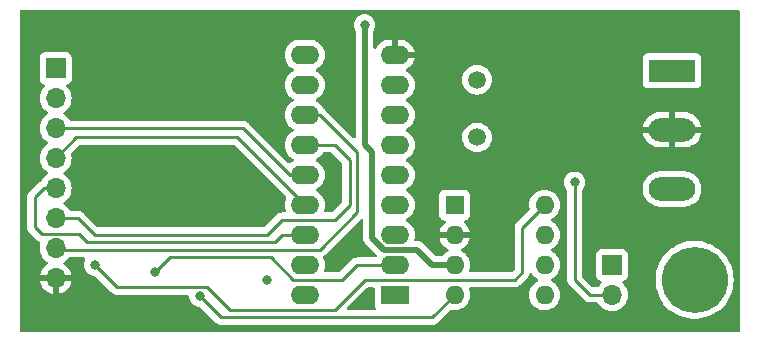
<source format=gbl>
G04 #@! TF.GenerationSoftware,KiCad,Pcbnew,7.0.8*
G04 #@! TF.CreationDate,2024-01-10T12:44:37+01:00*
G04 #@! TF.ProjectId,CAN_board,43414e5f-626f-4617-9264-2e6b69636164,rev?*
G04 #@! TF.SameCoordinates,Original*
G04 #@! TF.FileFunction,Copper,L2,Bot*
G04 #@! TF.FilePolarity,Positive*
%FSLAX46Y46*%
G04 Gerber Fmt 4.6, Leading zero omitted, Abs format (unit mm)*
G04 Created by KiCad (PCBNEW 7.0.8) date 2024-01-10 12:44:37*
%MOMM*%
%LPD*%
G01*
G04 APERTURE LIST*
G04 #@! TA.AperFunction,ComponentPad*
%ADD10C,5.600000*%
G04 #@! TD*
G04 #@! TA.AperFunction,ComponentPad*
%ADD11O,2.400000X1.600000*%
G04 #@! TD*
G04 #@! TA.AperFunction,ComponentPad*
%ADD12R,2.400000X1.600000*%
G04 #@! TD*
G04 #@! TA.AperFunction,ComponentPad*
%ADD13C,1.500000*%
G04 #@! TD*
G04 #@! TA.AperFunction,ComponentPad*
%ADD14R,1.600000X1.600000*%
G04 #@! TD*
G04 #@! TA.AperFunction,ComponentPad*
%ADD15O,1.600000X1.600000*%
G04 #@! TD*
G04 #@! TA.AperFunction,ComponentPad*
%ADD16R,1.700000X1.700000*%
G04 #@! TD*
G04 #@! TA.AperFunction,ComponentPad*
%ADD17O,1.700000X1.700000*%
G04 #@! TD*
G04 #@! TA.AperFunction,ComponentPad*
%ADD18R,3.960000X1.980000*%
G04 #@! TD*
G04 #@! TA.AperFunction,ComponentPad*
%ADD19O,3.960000X1.980000*%
G04 #@! TD*
G04 #@! TA.AperFunction,ViaPad*
%ADD20C,0.800000*%
G04 #@! TD*
G04 #@! TA.AperFunction,Conductor*
%ADD21C,0.250000*%
G04 #@! TD*
G04 #@! TA.AperFunction,Conductor*
%ADD22C,0.500000*%
G04 #@! TD*
G04 APERTURE END LIST*
D10*
X168910000Y-113030000D03*
D11*
X135905000Y-114300000D03*
X135905000Y-111760000D03*
X135905000Y-109220000D03*
X135905000Y-106680000D03*
X135905000Y-104140000D03*
X135905000Y-101600000D03*
X135905000Y-99060000D03*
X135905000Y-96520000D03*
X135905000Y-93980000D03*
X143525000Y-93980000D03*
X143525000Y-96520000D03*
X143525000Y-99060000D03*
X143525000Y-101600000D03*
X143525000Y-104140000D03*
X143525000Y-106680000D03*
X143525000Y-109220000D03*
X143525000Y-111760000D03*
D12*
X143525000Y-114300000D03*
D13*
X150495000Y-96085000D03*
X150495000Y-100965000D03*
D14*
X148600000Y-106690000D03*
D15*
X148600000Y-109230000D03*
X148600000Y-111770000D03*
X148600000Y-114310000D03*
X156220000Y-114310000D03*
X156220000Y-111770000D03*
X156220000Y-109230000D03*
X156220000Y-106690000D03*
D16*
X114815000Y-95110000D03*
D17*
X114815000Y-97650000D03*
X114815000Y-100190000D03*
X114815000Y-102730000D03*
X114815000Y-105270000D03*
X114815000Y-107810000D03*
X114815000Y-110350000D03*
X114815000Y-112890000D03*
X161925000Y-114300000D03*
D16*
X161925000Y-111760000D03*
D18*
X167005000Y-95330000D03*
D19*
X167005000Y-100330000D03*
X167005000Y-105330000D03*
D20*
X161925000Y-102870000D03*
X161925000Y-97790000D03*
X170815000Y-107315000D03*
X162560000Y-107950000D03*
X122555000Y-114935000D03*
X119380000Y-114935000D03*
X132715000Y-113030000D03*
X146050000Y-97790000D03*
X146050000Y-104775000D03*
X165100000Y-115570000D03*
X158750000Y-115570000D03*
X152400000Y-107950000D03*
X152400000Y-111760000D03*
X152400000Y-115570000D03*
X140970000Y-114935000D03*
X139700000Y-109855000D03*
X138430000Y-104775000D03*
X139065000Y-98425000D03*
X139065000Y-95250000D03*
X118745000Y-102235000D03*
X113665000Y-116205000D03*
X128270000Y-105410000D03*
X122555000Y-107950000D03*
X122555000Y-102235000D03*
X122555000Y-105410000D03*
X132080000Y-95250000D03*
X127000000Y-95250000D03*
X123825000Y-95250000D03*
X120015000Y-95250000D03*
X117475000Y-93980000D03*
X113665000Y-91440000D03*
X167640000Y-91440000D03*
X161925000Y-91440000D03*
X154940000Y-91440000D03*
X147320000Y-91440000D03*
X118110000Y-111760000D03*
X140970000Y-91440000D03*
X127000000Y-114389500D03*
X123190000Y-112395000D03*
X158750000Y-104775000D03*
D21*
X124460000Y-111125000D02*
X133032500Y-111125000D01*
X133032500Y-111125000D02*
X134937500Y-113030000D01*
X134937500Y-113030000D02*
X139065000Y-113030000D01*
X139065000Y-113030000D02*
X140335000Y-111760000D01*
X123190000Y-112395000D02*
X124460000Y-111125000D01*
X140335000Y-111760000D02*
X143525000Y-111760000D01*
X133985000Y-109220000D02*
X133350000Y-109855000D01*
X133350000Y-109855000D02*
X117475000Y-109855000D01*
X116799656Y-109179656D02*
X113624656Y-109179656D01*
X113805000Y-105270000D02*
X114815000Y-105270000D01*
X117475000Y-109855000D02*
X116799656Y-109179656D01*
X135905000Y-109220000D02*
X133985000Y-109220000D01*
X113624656Y-109179656D02*
X113030000Y-108585000D01*
X113030000Y-108585000D02*
X113030000Y-106045000D01*
X113030000Y-106045000D02*
X113805000Y-105270000D01*
X127000000Y-114389500D02*
X128815500Y-116205000D01*
X146705000Y-116205000D02*
X148600000Y-114310000D01*
X128815500Y-116205000D02*
X146705000Y-116205000D01*
X154305000Y-108605000D02*
X154305000Y-112395000D01*
X140970000Y-113030000D02*
X138430000Y-115570000D01*
X156220000Y-106690000D02*
X154305000Y-108605000D01*
X154305000Y-112395000D02*
X153670000Y-113030000D01*
X153670000Y-113030000D02*
X140970000Y-113030000D01*
X127635000Y-113665000D02*
X120015000Y-113665000D01*
X138430000Y-115570000D02*
X129540000Y-115570000D01*
X129540000Y-115570000D02*
X127635000Y-113665000D01*
X120015000Y-113665000D02*
X118110000Y-111760000D01*
X114815000Y-110350000D02*
X114955000Y-110490000D01*
X140335000Y-107315000D02*
X140335000Y-102235000D01*
X114955000Y-110490000D02*
X137160000Y-110490000D01*
X137160000Y-110490000D02*
X140335000Y-107315000D01*
X140335000Y-102235000D02*
X137160000Y-99060000D01*
X137160000Y-99060000D02*
X135905000Y-99060000D01*
X114815000Y-107810000D02*
X116700000Y-107810000D01*
X118110000Y-109220000D02*
X132715000Y-109220000D01*
X132715000Y-109220000D02*
X133985000Y-107950000D01*
X116700000Y-107810000D02*
X118110000Y-109220000D01*
X133985000Y-107950000D02*
X138430000Y-107950000D01*
X139700000Y-102870000D02*
X138430000Y-101600000D01*
X138430000Y-107950000D02*
X139700000Y-106680000D01*
X139700000Y-106680000D02*
X139700000Y-102870000D01*
X138430000Y-101600000D02*
X135905000Y-101600000D01*
D22*
X145415000Y-110490000D02*
X146695000Y-111770000D01*
X146695000Y-111770000D02*
X148600000Y-111770000D01*
X142634346Y-110490000D02*
X145415000Y-110490000D01*
X141605000Y-102235000D02*
X141605000Y-109460654D01*
X141605000Y-109460654D02*
X142634346Y-110490000D01*
X140970000Y-91440000D02*
X140970000Y-101600000D01*
X140970000Y-101600000D02*
X141605000Y-102235000D01*
D21*
X158750000Y-113030000D02*
X160020000Y-114300000D01*
X158750000Y-104775000D02*
X158750000Y-113030000D01*
X160020000Y-114300000D02*
X161925000Y-114300000D01*
X114815000Y-102730000D02*
X116580000Y-100965000D01*
X116580000Y-100965000D02*
X130175000Y-100965000D01*
X130175000Y-100965000D02*
X133350000Y-104140000D01*
X133350000Y-104140000D02*
X133365000Y-104140000D01*
X133365000Y-104140000D02*
X135905000Y-106680000D01*
X135905000Y-104140000D02*
X134620000Y-104140000D01*
X130670000Y-100190000D02*
X114815000Y-100190000D01*
X134620000Y-104140000D02*
X130670000Y-100190000D01*
G04 #@! TA.AperFunction,Conductor*
G36*
X141767539Y-113675185D02*
G01*
X141813294Y-113727989D01*
X141824500Y-113779500D01*
X141824500Y-115147870D01*
X141824501Y-115147876D01*
X141830908Y-115207483D01*
X141881202Y-115342328D01*
X141881204Y-115342331D01*
X141910293Y-115381189D01*
X141934710Y-115446653D01*
X141919858Y-115514926D01*
X141870453Y-115564332D01*
X141811026Y-115579500D01*
X139604452Y-115579500D01*
X139537413Y-115559815D01*
X139491658Y-115507011D01*
X139481714Y-115437853D01*
X139510739Y-115374297D01*
X139516771Y-115367819D01*
X140279543Y-114605048D01*
X141192772Y-113691819D01*
X141254095Y-113658334D01*
X141280453Y-113655500D01*
X141700500Y-113655500D01*
X141767539Y-113675185D01*
G37*
G04 #@! TD.AperFunction*
G04 #@! TA.AperFunction,Conductor*
G36*
X140773834Y-107863270D02*
G01*
X140829767Y-107905142D01*
X140854184Y-107970606D01*
X140854500Y-107979452D01*
X140854500Y-109396948D01*
X140853191Y-109414917D01*
X140849710Y-109438679D01*
X140854264Y-109490718D01*
X140854500Y-109496124D01*
X140854500Y-109504363D01*
X140858306Y-109536928D01*
X140865000Y-109613445D01*
X140866461Y-109620521D01*
X140866403Y-109620532D01*
X140868034Y-109627891D01*
X140868092Y-109627878D01*
X140869757Y-109634904D01*
X140896025Y-109707078D01*
X140920185Y-109779985D01*
X140923236Y-109786528D01*
X140923182Y-109786552D01*
X140926470Y-109793342D01*
X140926521Y-109793317D01*
X140929761Y-109799767D01*
X140929762Y-109799768D01*
X140929763Y-109799771D01*
X140959596Y-109845131D01*
X140971965Y-109863937D01*
X141012287Y-109929309D01*
X141016766Y-109934973D01*
X141016719Y-109935010D01*
X141021482Y-109940856D01*
X141021528Y-109940818D01*
X141026173Y-109946354D01*
X141082017Y-109999039D01*
X142001501Y-110918523D01*
X142034986Y-110979846D01*
X142030002Y-111049537D01*
X142015396Y-111077326D01*
X142012388Y-111081622D01*
X141957812Y-111125248D01*
X141910812Y-111134500D01*
X140417737Y-111134500D01*
X140402120Y-111132776D01*
X140402093Y-111133062D01*
X140394331Y-111132327D01*
X140325203Y-111134500D01*
X140295650Y-111134500D01*
X140294929Y-111134590D01*
X140288757Y-111135369D01*
X140282945Y-111135826D01*
X140236373Y-111137290D01*
X140236372Y-111137290D01*
X140217129Y-111142881D01*
X140198079Y-111146825D01*
X140178211Y-111149334D01*
X140178209Y-111149335D01*
X140134884Y-111166488D01*
X140129357Y-111168380D01*
X140084610Y-111181381D01*
X140084609Y-111181382D01*
X140067367Y-111191579D01*
X140049899Y-111200137D01*
X140031269Y-111207513D01*
X140031267Y-111207514D01*
X139993576Y-111234898D01*
X139988694Y-111238105D01*
X139948579Y-111261830D01*
X139934408Y-111276000D01*
X139919623Y-111288628D01*
X139903412Y-111300407D01*
X139873709Y-111336310D01*
X139869776Y-111340631D01*
X139347624Y-111862785D01*
X138842228Y-112368181D01*
X138780905Y-112401666D01*
X138754547Y-112404500D01*
X137634049Y-112404500D01*
X137567010Y-112384815D01*
X137521255Y-112332011D01*
X137511311Y-112262853D01*
X137521667Y-112228095D01*
X137527075Y-112216497D01*
X137531739Y-112206496D01*
X137590635Y-111986692D01*
X137610468Y-111760000D01*
X137590635Y-111533308D01*
X137534420Y-111323511D01*
X137531741Y-111313511D01*
X137531740Y-111313510D01*
X137531739Y-111313504D01*
X137463517Y-111167202D01*
X137453025Y-111098124D01*
X137481545Y-111034340D01*
X137512780Y-111008064D01*
X137546420Y-110988170D01*
X137560586Y-110974003D01*
X137575381Y-110961368D01*
X137578619Y-110959014D01*
X137591587Y-110949594D01*
X137621302Y-110913674D01*
X137625202Y-110909387D01*
X140642819Y-107891771D01*
X140704142Y-107858286D01*
X140773834Y-107863270D01*
G37*
G04 #@! TD.AperFunction*
G04 #@! TA.AperFunction,Conductor*
G36*
X129931587Y-101610185D02*
G01*
X129952229Y-101626819D01*
X132849197Y-104523788D01*
X132859022Y-104536051D01*
X132859243Y-104535869D01*
X132864214Y-104541878D01*
X132890217Y-104566295D01*
X132914635Y-104589226D01*
X132935529Y-104610120D01*
X132941011Y-104614373D01*
X132945443Y-104618157D01*
X132979418Y-104650062D01*
X132988504Y-104655057D01*
X133016448Y-104676038D01*
X134310887Y-105970477D01*
X134344372Y-106031800D01*
X134339388Y-106101492D01*
X134335589Y-106110562D01*
X134278260Y-106233506D01*
X134278258Y-106233511D01*
X134219366Y-106453302D01*
X134219364Y-106453313D01*
X134199532Y-106679995D01*
X134199532Y-106680001D01*
X134219364Y-106906686D01*
X134219366Y-106906697D01*
X134278258Y-107126488D01*
X134278260Y-107126492D01*
X134278261Y-107126496D01*
X134282924Y-107136496D01*
X134288333Y-107148095D01*
X134298825Y-107217173D01*
X134270305Y-107280957D01*
X134211829Y-107319196D01*
X134175951Y-107324500D01*
X134067737Y-107324500D01*
X134052120Y-107322776D01*
X134052093Y-107323062D01*
X134044331Y-107322327D01*
X133975203Y-107324500D01*
X133945650Y-107324500D01*
X133944929Y-107324590D01*
X133938757Y-107325369D01*
X133932945Y-107325826D01*
X133886373Y-107327290D01*
X133886372Y-107327290D01*
X133867129Y-107332881D01*
X133848079Y-107336825D01*
X133828211Y-107339334D01*
X133828209Y-107339335D01*
X133784884Y-107356488D01*
X133779357Y-107358380D01*
X133734610Y-107371381D01*
X133734609Y-107371382D01*
X133717367Y-107381579D01*
X133699899Y-107390137D01*
X133681269Y-107397513D01*
X133681267Y-107397514D01*
X133643576Y-107424898D01*
X133638694Y-107428105D01*
X133598579Y-107451830D01*
X133584408Y-107466000D01*
X133569623Y-107478628D01*
X133553412Y-107490407D01*
X133523709Y-107526310D01*
X133519777Y-107530631D01*
X132492228Y-108558181D01*
X132430905Y-108591666D01*
X132404547Y-108594500D01*
X118420453Y-108594500D01*
X118353414Y-108574815D01*
X118332772Y-108558181D01*
X117200803Y-107426212D01*
X117190980Y-107413950D01*
X117190759Y-107414134D01*
X117185786Y-107408123D01*
X117135364Y-107360773D01*
X117124919Y-107350328D01*
X117114475Y-107339883D01*
X117108986Y-107335625D01*
X117104561Y-107331847D01*
X117070582Y-107299938D01*
X117070580Y-107299936D01*
X117070577Y-107299935D01*
X117053029Y-107290288D01*
X117036763Y-107279604D01*
X117020933Y-107267325D01*
X116978168Y-107248818D01*
X116972922Y-107246248D01*
X116932093Y-107223803D01*
X116932092Y-107223802D01*
X116912693Y-107218822D01*
X116894281Y-107212518D01*
X116875898Y-107204562D01*
X116875892Y-107204560D01*
X116829874Y-107197272D01*
X116824152Y-107196087D01*
X116779021Y-107184500D01*
X116779019Y-107184500D01*
X116758984Y-107184500D01*
X116739586Y-107182973D01*
X116732162Y-107181797D01*
X116719805Y-107179840D01*
X116719804Y-107179840D01*
X116673416Y-107184225D01*
X116667578Y-107184500D01*
X116090227Y-107184500D01*
X116023188Y-107164815D01*
X115988652Y-107131623D01*
X115853494Y-106938597D01*
X115686402Y-106771506D01*
X115686396Y-106771501D01*
X115500842Y-106641575D01*
X115457217Y-106586998D01*
X115450023Y-106517500D01*
X115481546Y-106455145D01*
X115500842Y-106438425D01*
X115525857Y-106420909D01*
X115686401Y-106308495D01*
X115853495Y-106141401D01*
X115989035Y-105947830D01*
X116088903Y-105733663D01*
X116150063Y-105505408D01*
X116170659Y-105270000D01*
X116150063Y-105034592D01*
X116088903Y-104806337D01*
X115989035Y-104592171D01*
X115985233Y-104586740D01*
X115853494Y-104398597D01*
X115686402Y-104231506D01*
X115686396Y-104231501D01*
X115500842Y-104101575D01*
X115457217Y-104046998D01*
X115450023Y-103977500D01*
X115481546Y-103915145D01*
X115500842Y-103898425D01*
X115563159Y-103854790D01*
X115686401Y-103768495D01*
X115853495Y-103601401D01*
X115989035Y-103407830D01*
X116088903Y-103193663D01*
X116150063Y-102965408D01*
X116170659Y-102730000D01*
X116150063Y-102494592D01*
X116123143Y-102394125D01*
X116124806Y-102324276D01*
X116155235Y-102274353D01*
X116802772Y-101626819D01*
X116864095Y-101593334D01*
X116890453Y-101590500D01*
X129864548Y-101590500D01*
X129931587Y-101610185D01*
G37*
G04 #@! TD.AperFunction*
G04 #@! TA.AperFunction,Conductor*
G36*
X138186587Y-102245185D02*
G01*
X138207229Y-102261819D01*
X139038181Y-103092771D01*
X139071666Y-103154094D01*
X139074500Y-103180452D01*
X139074500Y-106369547D01*
X139054815Y-106436586D01*
X139038181Y-106457228D01*
X138207228Y-107288181D01*
X138145905Y-107321666D01*
X138119547Y-107324500D01*
X137634049Y-107324500D01*
X137567010Y-107304815D01*
X137521255Y-107252011D01*
X137511311Y-107182853D01*
X137521667Y-107148095D01*
X137527075Y-107136497D01*
X137531739Y-107126496D01*
X137590635Y-106906692D01*
X137610468Y-106680000D01*
X137607436Y-106645349D01*
X137600188Y-106562500D01*
X137590635Y-106453308D01*
X137534420Y-106243511D01*
X137531741Y-106233511D01*
X137531740Y-106233509D01*
X137531739Y-106233504D01*
X137435568Y-106027266D01*
X137337839Y-105887693D01*
X137305045Y-105840858D01*
X137144141Y-105679954D01*
X136957734Y-105549432D01*
X136957728Y-105549429D01*
X136921325Y-105532454D01*
X136899724Y-105522381D01*
X136847285Y-105476210D01*
X136828133Y-105409017D01*
X136848348Y-105342135D01*
X136899725Y-105297618D01*
X136957734Y-105270568D01*
X137144139Y-105140047D01*
X137305047Y-104979139D01*
X137435568Y-104792734D01*
X137531739Y-104586496D01*
X137590635Y-104366692D01*
X137610468Y-104140000D01*
X137607153Y-104102112D01*
X137599501Y-104014650D01*
X137590635Y-103913308D01*
X137531739Y-103693504D01*
X137435568Y-103487266D01*
X137305047Y-103300861D01*
X137305045Y-103300858D01*
X137144141Y-103139954D01*
X136957734Y-103009432D01*
X136957728Y-103009429D01*
X136899725Y-102982382D01*
X136847285Y-102936210D01*
X136828133Y-102869017D01*
X136848348Y-102802135D01*
X136899725Y-102757618D01*
X136957734Y-102730568D01*
X137144139Y-102600047D01*
X137305047Y-102439139D01*
X137417613Y-102278377D01*
X137472189Y-102234752D01*
X137519188Y-102225500D01*
X138119548Y-102225500D01*
X138186587Y-102245185D01*
G37*
G04 #@! TD.AperFunction*
G04 #@! TA.AperFunction,Conductor*
G36*
X172663039Y-90189685D02*
G01*
X172708794Y-90242489D01*
X172720000Y-90294000D01*
X172720000Y-117351000D01*
X172700315Y-117418039D01*
X172647511Y-117463794D01*
X172596000Y-117475000D01*
X111884000Y-117475000D01*
X111816961Y-117455315D01*
X111771206Y-117402511D01*
X111760000Y-117351000D01*
X111760000Y-106025195D01*
X112399840Y-106025195D01*
X112404225Y-106071583D01*
X112404500Y-106077421D01*
X112404500Y-108502255D01*
X112402775Y-108517872D01*
X112403061Y-108517899D01*
X112402326Y-108525665D01*
X112404500Y-108594814D01*
X112404500Y-108624343D01*
X112404501Y-108624360D01*
X112405368Y-108631231D01*
X112405826Y-108637050D01*
X112407290Y-108683624D01*
X112407291Y-108683627D01*
X112412880Y-108702867D01*
X112416824Y-108721911D01*
X112419336Y-108741792D01*
X112435921Y-108783682D01*
X112436490Y-108785119D01*
X112438382Y-108790647D01*
X112451381Y-108835388D01*
X112461580Y-108852634D01*
X112470138Y-108870103D01*
X112477514Y-108888732D01*
X112504898Y-108926423D01*
X112508106Y-108931307D01*
X112531827Y-108971416D01*
X112531833Y-108971424D01*
X112545990Y-108985580D01*
X112558628Y-109000376D01*
X112570405Y-109016586D01*
X112570406Y-109016587D01*
X112606309Y-109046288D01*
X112610620Y-109050210D01*
X112915558Y-109355148D01*
X113123850Y-109563440D01*
X113133675Y-109575704D01*
X113133896Y-109575522D01*
X113138866Y-109581529D01*
X113138869Y-109581532D01*
X113138870Y-109581533D01*
X113189307Y-109628897D01*
X113210186Y-109649776D01*
X113215660Y-109654022D01*
X113220098Y-109657812D01*
X113254074Y-109689718D01*
X113254078Y-109689720D01*
X113271629Y-109699369D01*
X113287887Y-109710048D01*
X113303720Y-109722330D01*
X113320290Y-109729500D01*
X113346493Y-109740839D01*
X113351737Y-109743408D01*
X113392564Y-109765853D01*
X113411968Y-109770835D01*
X113430366Y-109777134D01*
X113448761Y-109785094D01*
X113448762Y-109785094D01*
X113455921Y-109788192D01*
X113454736Y-109790929D01*
X113501837Y-109820980D01*
X113531072Y-109884439D01*
X113528168Y-109934584D01*
X113479939Y-110114583D01*
X113479936Y-110114596D01*
X113459341Y-110349999D01*
X113459341Y-110350000D01*
X113479936Y-110585403D01*
X113479938Y-110585413D01*
X113541094Y-110813655D01*
X113541096Y-110813659D01*
X113541097Y-110813663D01*
X113619607Y-110982027D01*
X113640965Y-111027830D01*
X113640967Y-111027834D01*
X113776501Y-111221395D01*
X113776506Y-111221402D01*
X113943597Y-111388493D01*
X113943603Y-111388498D01*
X114030982Y-111449681D01*
X114090942Y-111491666D01*
X114129594Y-111518730D01*
X114173219Y-111573307D01*
X114180413Y-111642805D01*
X114148890Y-111705160D01*
X114129595Y-111721880D01*
X113943922Y-111851890D01*
X113943920Y-111851891D01*
X113776891Y-112018920D01*
X113776886Y-112018926D01*
X113641400Y-112212420D01*
X113641399Y-112212422D01*
X113541570Y-112426507D01*
X113541567Y-112426513D01*
X113484364Y-112639999D01*
X113484364Y-112640000D01*
X114381314Y-112640000D01*
X114355507Y-112680156D01*
X114315000Y-112818111D01*
X114315000Y-112961889D01*
X114355507Y-113099844D01*
X114381314Y-113140000D01*
X113484364Y-113140000D01*
X113541567Y-113353486D01*
X113541570Y-113353492D01*
X113641399Y-113567578D01*
X113776894Y-113761082D01*
X113943917Y-113928105D01*
X114137421Y-114063600D01*
X114351507Y-114163429D01*
X114351516Y-114163433D01*
X114565000Y-114220634D01*
X114565000Y-113325501D01*
X114672685Y-113374680D01*
X114779237Y-113390000D01*
X114850763Y-113390000D01*
X114957315Y-113374680D01*
X115065000Y-113325501D01*
X115065000Y-114220633D01*
X115278483Y-114163433D01*
X115278492Y-114163429D01*
X115492578Y-114063600D01*
X115686082Y-113928105D01*
X115853105Y-113761082D01*
X115988600Y-113567578D01*
X116088429Y-113353492D01*
X116088432Y-113353486D01*
X116145636Y-113140000D01*
X115248686Y-113140000D01*
X115274493Y-113099844D01*
X115315000Y-112961889D01*
X115315000Y-112818111D01*
X115274493Y-112680156D01*
X115248686Y-112640000D01*
X116145636Y-112640000D01*
X116145635Y-112639999D01*
X116088432Y-112426513D01*
X116088429Y-112426507D01*
X115988600Y-112212422D01*
X115988599Y-112212420D01*
X115853113Y-112018926D01*
X115853108Y-112018920D01*
X115686078Y-111851890D01*
X115500405Y-111721879D01*
X115456780Y-111667302D01*
X115449588Y-111597804D01*
X115481110Y-111535449D01*
X115500406Y-111518730D01*
X115535010Y-111494500D01*
X115686401Y-111388495D01*
X115853495Y-111221401D01*
X115890624Y-111168376D01*
X115945201Y-111124751D01*
X115992198Y-111115500D01*
X117227520Y-111115500D01*
X117294559Y-111135185D01*
X117340314Y-111187989D01*
X117350258Y-111257147D01*
X117334907Y-111301500D01*
X117282821Y-111391715D01*
X117282818Y-111391722D01*
X117229023Y-111557288D01*
X117224326Y-111571744D01*
X117204540Y-111760000D01*
X117224326Y-111948256D01*
X117224327Y-111948259D01*
X117282818Y-112128277D01*
X117282821Y-112128284D01*
X117377467Y-112292216D01*
X117494986Y-112422734D01*
X117504129Y-112432888D01*
X117657265Y-112544148D01*
X117657270Y-112544151D01*
X117830192Y-112621142D01*
X117830197Y-112621144D01*
X118015354Y-112660500D01*
X118074548Y-112660500D01*
X118141587Y-112680185D01*
X118162228Y-112696818D01*
X118839205Y-113373796D01*
X119514197Y-114048788D01*
X119524022Y-114061051D01*
X119524243Y-114060869D01*
X119529214Y-114066878D01*
X119548942Y-114085403D01*
X119579635Y-114114226D01*
X119600529Y-114135120D01*
X119606011Y-114139373D01*
X119610443Y-114143157D01*
X119644418Y-114175062D01*
X119661976Y-114184714D01*
X119678233Y-114195393D01*
X119694064Y-114207673D01*
X119713737Y-114216186D01*
X119736833Y-114226182D01*
X119742077Y-114228750D01*
X119782908Y-114251197D01*
X119795523Y-114254435D01*
X119802305Y-114256177D01*
X119820719Y-114262481D01*
X119839104Y-114270438D01*
X119885157Y-114277732D01*
X119890826Y-114278906D01*
X119935981Y-114290500D01*
X119956016Y-114290500D01*
X119975413Y-114292026D01*
X119995196Y-114295160D01*
X120041584Y-114290775D01*
X120047422Y-114290500D01*
X125972485Y-114290500D01*
X126039524Y-114310185D01*
X126085279Y-114362989D01*
X126095804Y-114401534D01*
X126114326Y-114577756D01*
X126114327Y-114577759D01*
X126172818Y-114757777D01*
X126172821Y-114757784D01*
X126267467Y-114921716D01*
X126318485Y-114978377D01*
X126394129Y-115062388D01*
X126547265Y-115173648D01*
X126547270Y-115173651D01*
X126720192Y-115250642D01*
X126720197Y-115250644D01*
X126905354Y-115290000D01*
X126964548Y-115290000D01*
X127031587Y-115309685D01*
X127052229Y-115326319D01*
X128314694Y-116588784D01*
X128324519Y-116601048D01*
X128324740Y-116600866D01*
X128329710Y-116606873D01*
X128329713Y-116606876D01*
X128329714Y-116606877D01*
X128380151Y-116654241D01*
X128401030Y-116675120D01*
X128406504Y-116679366D01*
X128410942Y-116683156D01*
X128444918Y-116715062D01*
X128444922Y-116715064D01*
X128462473Y-116724713D01*
X128478731Y-116735392D01*
X128494564Y-116747674D01*
X128516515Y-116757172D01*
X128537337Y-116766183D01*
X128542581Y-116768752D01*
X128583408Y-116791197D01*
X128602812Y-116796179D01*
X128621210Y-116802478D01*
X128639605Y-116810438D01*
X128685629Y-116817726D01*
X128691332Y-116818907D01*
X128736481Y-116830500D01*
X128756516Y-116830500D01*
X128775913Y-116832026D01*
X128795696Y-116835160D01*
X128842084Y-116830775D01*
X128847922Y-116830500D01*
X146622257Y-116830500D01*
X146637877Y-116832224D01*
X146637904Y-116831939D01*
X146645660Y-116832671D01*
X146645667Y-116832673D01*
X146714814Y-116830500D01*
X146744350Y-116830500D01*
X146751228Y-116829630D01*
X146757041Y-116829172D01*
X146803627Y-116827709D01*
X146822869Y-116822117D01*
X146841912Y-116818174D01*
X146861792Y-116815664D01*
X146905122Y-116798507D01*
X146910646Y-116796617D01*
X146914396Y-116795527D01*
X146955390Y-116783618D01*
X146972629Y-116773422D01*
X146990103Y-116764862D01*
X147008727Y-116757488D01*
X147008727Y-116757487D01*
X147008732Y-116757486D01*
X147046449Y-116730082D01*
X147051305Y-116726892D01*
X147091420Y-116703170D01*
X147105589Y-116688999D01*
X147120379Y-116676368D01*
X147136587Y-116664594D01*
X147166299Y-116628676D01*
X147170212Y-116624376D01*
X148185178Y-115609410D01*
X148246499Y-115575927D01*
X148304946Y-115577317D01*
X148373308Y-115595635D01*
X148530780Y-115609412D01*
X148599998Y-115615468D01*
X148600000Y-115615468D01*
X148600002Y-115615468D01*
X148669220Y-115609412D01*
X148826692Y-115595635D01*
X149046496Y-115536739D01*
X149252734Y-115440568D01*
X149439139Y-115310047D01*
X149600047Y-115149139D01*
X149730568Y-114962734D01*
X149826739Y-114756496D01*
X149885635Y-114536692D01*
X149905468Y-114310000D01*
X149900323Y-114251198D01*
X149897649Y-114220633D01*
X149885635Y-114083308D01*
X149826739Y-113863504D01*
X149812003Y-113831904D01*
X149801512Y-113762827D01*
X149830032Y-113699043D01*
X149888508Y-113660804D01*
X149924386Y-113655500D01*
X153587257Y-113655500D01*
X153602877Y-113657224D01*
X153602904Y-113656939D01*
X153610660Y-113657671D01*
X153610667Y-113657673D01*
X153679814Y-113655500D01*
X153709350Y-113655500D01*
X153716228Y-113654630D01*
X153722041Y-113654172D01*
X153768627Y-113652709D01*
X153787869Y-113647117D01*
X153806912Y-113643174D01*
X153826792Y-113640664D01*
X153870122Y-113623507D01*
X153875646Y-113621617D01*
X153879396Y-113620527D01*
X153920390Y-113608618D01*
X153937629Y-113598422D01*
X153955103Y-113589862D01*
X153973727Y-113582488D01*
X153973727Y-113582487D01*
X153973732Y-113582486D01*
X154011449Y-113555082D01*
X154016305Y-113551892D01*
X154056420Y-113528170D01*
X154070586Y-113514003D01*
X154085381Y-113501368D01*
X154088619Y-113499014D01*
X154101587Y-113489594D01*
X154131302Y-113453674D01*
X154135202Y-113449387D01*
X154688786Y-112895802D01*
X154701048Y-112885980D01*
X154700865Y-112885759D01*
X154706867Y-112880792D01*
X154706877Y-112880786D01*
X154754241Y-112830348D01*
X154775120Y-112809470D01*
X154779373Y-112803986D01*
X154783150Y-112799563D01*
X154815062Y-112765582D01*
X154824714Y-112748023D01*
X154835389Y-112731772D01*
X154847674Y-112715936D01*
X154866186Y-112673152D01*
X154868742Y-112667935D01*
X154891197Y-112627092D01*
X154896180Y-112607680D01*
X154902477Y-112589291D01*
X154910438Y-112570895D01*
X154914582Y-112544722D01*
X154944511Y-112481589D01*
X155003822Y-112444657D01*
X155073684Y-112445653D01*
X155131918Y-112484262D01*
X155138620Y-112492982D01*
X155184987Y-112559202D01*
X155219955Y-112609142D01*
X155380858Y-112770045D01*
X155380861Y-112770047D01*
X155567266Y-112900568D01*
X155625275Y-112927618D01*
X155677714Y-112973791D01*
X155696866Y-113040984D01*
X155676650Y-113107865D01*
X155625275Y-113152381D01*
X155614872Y-113157233D01*
X155567267Y-113179431D01*
X155567265Y-113179432D01*
X155380858Y-113309954D01*
X155219954Y-113470858D01*
X155089432Y-113657265D01*
X155089431Y-113657267D01*
X154993261Y-113863502D01*
X154993258Y-113863511D01*
X154934366Y-114083302D01*
X154934364Y-114083313D01*
X154914532Y-114309998D01*
X154914532Y-114310001D01*
X154934364Y-114536686D01*
X154934366Y-114536697D01*
X154993258Y-114756488D01*
X154993261Y-114756497D01*
X155089431Y-114962732D01*
X155089432Y-114962734D01*
X155219954Y-115149141D01*
X155380858Y-115310045D01*
X155380861Y-115310047D01*
X155567266Y-115440568D01*
X155773504Y-115536739D01*
X155773509Y-115536740D01*
X155773511Y-115536741D01*
X155826415Y-115550916D01*
X155993308Y-115595635D01*
X156150780Y-115609412D01*
X156219998Y-115615468D01*
X156220000Y-115615468D01*
X156220002Y-115615468D01*
X156289220Y-115609412D01*
X156446692Y-115595635D01*
X156666496Y-115536739D01*
X156872734Y-115440568D01*
X157059139Y-115310047D01*
X157220047Y-115149139D01*
X157350568Y-114962734D01*
X157446739Y-114756496D01*
X157505635Y-114536692D01*
X157525468Y-114310000D01*
X157520323Y-114251198D01*
X157517649Y-114220633D01*
X157505635Y-114083308D01*
X157446739Y-113863504D01*
X157350568Y-113657266D01*
X157220047Y-113470861D01*
X157220045Y-113470858D01*
X157059141Y-113309954D01*
X156872734Y-113179432D01*
X156872728Y-113179429D01*
X156825128Y-113157233D01*
X156814724Y-113152381D01*
X156762285Y-113106210D01*
X156743133Y-113039017D01*
X156763348Y-112972135D01*
X156814725Y-112927618D01*
X156872734Y-112900568D01*
X157059139Y-112770047D01*
X157220047Y-112609139D01*
X157350568Y-112422734D01*
X157446739Y-112216496D01*
X157505635Y-111996692D01*
X157525468Y-111770000D01*
X157505635Y-111543308D01*
X157451328Y-111340631D01*
X157446741Y-111323511D01*
X157446738Y-111323502D01*
X157430476Y-111288628D01*
X157350568Y-111117266D01*
X157220047Y-110930861D01*
X157220045Y-110930858D01*
X157059141Y-110769954D01*
X156872734Y-110639432D01*
X156872728Y-110639429D01*
X156814725Y-110612382D01*
X156762285Y-110566210D01*
X156743133Y-110499017D01*
X156763348Y-110432135D01*
X156814725Y-110387618D01*
X156815319Y-110387341D01*
X156872734Y-110360568D01*
X157059139Y-110230047D01*
X157220047Y-110069139D01*
X157350568Y-109882734D01*
X157446739Y-109676496D01*
X157505635Y-109456692D01*
X157525468Y-109230000D01*
X157505635Y-109003308D01*
X157446739Y-108783504D01*
X157350568Y-108577266D01*
X157251303Y-108435500D01*
X157220045Y-108390858D01*
X157059141Y-108229954D01*
X156872734Y-108099432D01*
X156872728Y-108099429D01*
X156814725Y-108072382D01*
X156762285Y-108026210D01*
X156743133Y-107959017D01*
X156763348Y-107892135D01*
X156814725Y-107847618D01*
X156872734Y-107820568D01*
X157059139Y-107690047D01*
X157220047Y-107529139D01*
X157350568Y-107342734D01*
X157446739Y-107136496D01*
X157505635Y-106916692D01*
X157525468Y-106690000D01*
X157521561Y-106645348D01*
X157514313Y-106562500D01*
X157505635Y-106463308D01*
X157446739Y-106243504D01*
X157350568Y-106037266D01*
X157252839Y-105897693D01*
X157220045Y-105850858D01*
X157059141Y-105689954D01*
X156872734Y-105559432D01*
X156872732Y-105559431D01*
X156666497Y-105463261D01*
X156666488Y-105463258D01*
X156446697Y-105404366D01*
X156446693Y-105404365D01*
X156446692Y-105404365D01*
X156446691Y-105404364D01*
X156446686Y-105404364D01*
X156220002Y-105384532D01*
X156219998Y-105384532D01*
X155993313Y-105404364D01*
X155993302Y-105404366D01*
X155773511Y-105463258D01*
X155773502Y-105463261D01*
X155567267Y-105559431D01*
X155567265Y-105559432D01*
X155380858Y-105689954D01*
X155219954Y-105850858D01*
X155089432Y-106037265D01*
X155089431Y-106037267D01*
X154993261Y-106243502D01*
X154993258Y-106243511D01*
X154934366Y-106463302D01*
X154934364Y-106463313D01*
X154918438Y-106645349D01*
X154914532Y-106690000D01*
X154934364Y-106916686D01*
X154934365Y-106916691D01*
X154934366Y-106916697D01*
X154952680Y-106985048D01*
X154951017Y-107054897D01*
X154920586Y-107104821D01*
X153921208Y-108104199D01*
X153908951Y-108114020D01*
X153909134Y-108114241D01*
X153903123Y-108119213D01*
X153855772Y-108169636D01*
X153834889Y-108190519D01*
X153834877Y-108190532D01*
X153830621Y-108196017D01*
X153826837Y-108200447D01*
X153794937Y-108234418D01*
X153794936Y-108234420D01*
X153785284Y-108251976D01*
X153774610Y-108268226D01*
X153762329Y-108284061D01*
X153762324Y-108284068D01*
X153743815Y-108326838D01*
X153741245Y-108332084D01*
X153718803Y-108372906D01*
X153713822Y-108392307D01*
X153707521Y-108410710D01*
X153699562Y-108429102D01*
X153699561Y-108429105D01*
X153692271Y-108475127D01*
X153691087Y-108480846D01*
X153679501Y-108525972D01*
X153679500Y-108525982D01*
X153679500Y-108546016D01*
X153677973Y-108565415D01*
X153674840Y-108585194D01*
X153674840Y-108585195D01*
X153679225Y-108631583D01*
X153679500Y-108637421D01*
X153679500Y-112084547D01*
X153659815Y-112151586D01*
X153643181Y-112172228D01*
X153447228Y-112368181D01*
X153385905Y-112401666D01*
X153359547Y-112404500D01*
X149933712Y-112404500D01*
X149866673Y-112384815D01*
X149820918Y-112332011D01*
X149810974Y-112262853D01*
X149821330Y-112228095D01*
X149826739Y-112216496D01*
X149885635Y-111996692D01*
X149905468Y-111770000D01*
X149885635Y-111543308D01*
X149831328Y-111340631D01*
X149826741Y-111323511D01*
X149826738Y-111323502D01*
X149810476Y-111288628D01*
X149730568Y-111117266D01*
X149600047Y-110930861D01*
X149600045Y-110930858D01*
X149439141Y-110769954D01*
X149252734Y-110639432D01*
X149252732Y-110639431D01*
X149194725Y-110612382D01*
X149194132Y-110612105D01*
X149141694Y-110565934D01*
X149122542Y-110498740D01*
X149142758Y-110431859D01*
X149194134Y-110387341D01*
X149252484Y-110360132D01*
X149438820Y-110229657D01*
X149599657Y-110068820D01*
X149730134Y-109882482D01*
X149826265Y-109676326D01*
X149826269Y-109676317D01*
X149878872Y-109480000D01*
X148915686Y-109480000D01*
X148927641Y-109468045D01*
X148985165Y-109355148D01*
X149004986Y-109230000D01*
X148985165Y-109104852D01*
X148927641Y-108991955D01*
X148915686Y-108980000D01*
X149878872Y-108980000D01*
X149878872Y-108979999D01*
X149826269Y-108783682D01*
X149826265Y-108783673D01*
X149730134Y-108577517D01*
X149599657Y-108391179D01*
X149438820Y-108230342D01*
X149413779Y-108212808D01*
X149370154Y-108158230D01*
X149362962Y-108088732D01*
X149394484Y-108026377D01*
X149454714Y-107990964D01*
X149471650Y-107987943D01*
X149507483Y-107984091D01*
X149642328Y-107933797D01*
X149642327Y-107933797D01*
X149642331Y-107933796D01*
X149757546Y-107847546D01*
X149843796Y-107732331D01*
X149894091Y-107597483D01*
X149900500Y-107537873D01*
X149900499Y-105842128D01*
X149894091Y-105782517D01*
X149889241Y-105769514D01*
X149843797Y-105647671D01*
X149843793Y-105647664D01*
X149757547Y-105532455D01*
X149757544Y-105532452D01*
X149642335Y-105446206D01*
X149642328Y-105446202D01*
X149507482Y-105395908D01*
X149507483Y-105395908D01*
X149447883Y-105389501D01*
X149447881Y-105389500D01*
X149447873Y-105389500D01*
X149447864Y-105389500D01*
X147752129Y-105389500D01*
X147752123Y-105389501D01*
X147692516Y-105395908D01*
X147557671Y-105446202D01*
X147557664Y-105446206D01*
X147442455Y-105532452D01*
X147442452Y-105532455D01*
X147356206Y-105647664D01*
X147356202Y-105647671D01*
X147305908Y-105782517D01*
X147299501Y-105842116D01*
X147299501Y-105842123D01*
X147299500Y-105842135D01*
X147299500Y-107537870D01*
X147299501Y-107537876D01*
X147305908Y-107597483D01*
X147356202Y-107732328D01*
X147356206Y-107732335D01*
X147442452Y-107847544D01*
X147442455Y-107847547D01*
X147557664Y-107933793D01*
X147557671Y-107933797D01*
X147692513Y-107984090D01*
X147692514Y-107984090D01*
X147692517Y-107984091D01*
X147728353Y-107987944D01*
X147792901Y-108014679D01*
X147832751Y-108072070D01*
X147835246Y-108141896D01*
X147799595Y-108201985D01*
X147786223Y-108212805D01*
X147761182Y-108230339D01*
X147600342Y-108391179D01*
X147469865Y-108577517D01*
X147373734Y-108783673D01*
X147373730Y-108783682D01*
X147321127Y-108979999D01*
X147321128Y-108980000D01*
X148284314Y-108980000D01*
X148272359Y-108991955D01*
X148214835Y-109104852D01*
X148195014Y-109230000D01*
X148214835Y-109355148D01*
X148272359Y-109468045D01*
X148284314Y-109480000D01*
X147321128Y-109480000D01*
X147373730Y-109676317D01*
X147373734Y-109676326D01*
X147469865Y-109882482D01*
X147600342Y-110068820D01*
X147761179Y-110229657D01*
X147947518Y-110360134D01*
X147947520Y-110360135D01*
X148005865Y-110387342D01*
X148058305Y-110433514D01*
X148077457Y-110500707D01*
X148057242Y-110567589D01*
X148005867Y-110612105D01*
X147947268Y-110639431D01*
X147947264Y-110639433D01*
X147760858Y-110769954D01*
X147599954Y-110930858D01*
X147574912Y-110966623D01*
X147520335Y-111010248D01*
X147473337Y-111019500D01*
X147057229Y-111019500D01*
X146990190Y-110999815D01*
X146969548Y-110983181D01*
X146487351Y-110500984D01*
X145990729Y-110004361D01*
X145978949Y-109990730D01*
X145969405Y-109977911D01*
X145964612Y-109971472D01*
X145950242Y-109959414D01*
X145924587Y-109937886D01*
X145920612Y-109934244D01*
X145917690Y-109931322D01*
X145914780Y-109928411D01*
X145889040Y-109908059D01*
X145858859Y-109882734D01*
X145830214Y-109858698D01*
X145830213Y-109858697D01*
X145830209Y-109858694D01*
X145824180Y-109854729D01*
X145824212Y-109854680D01*
X145817853Y-109850628D01*
X145817822Y-109850679D01*
X145811680Y-109846891D01*
X145811678Y-109846890D01*
X145811677Y-109846889D01*
X145772474Y-109828608D01*
X145742058Y-109814424D01*
X145695274Y-109790929D01*
X145673433Y-109779960D01*
X145673431Y-109779959D01*
X145673430Y-109779959D01*
X145666645Y-109777489D01*
X145666665Y-109777433D01*
X145659549Y-109774959D01*
X145659531Y-109775015D01*
X145652671Y-109772742D01*
X145624841Y-109766996D01*
X145577434Y-109757207D01*
X145528472Y-109745603D01*
X145502719Y-109739499D01*
X145495547Y-109738661D01*
X145495553Y-109738601D01*
X145488055Y-109737835D01*
X145488050Y-109737895D01*
X145480860Y-109737265D01*
X145404083Y-109739500D01*
X145293778Y-109739500D01*
X145226739Y-109719815D01*
X145180984Y-109667011D01*
X145171040Y-109597853D01*
X145174003Y-109583407D01*
X145201710Y-109480000D01*
X145210635Y-109446692D01*
X145230468Y-109220000D01*
X145210635Y-108993308D01*
X145160943Y-108807853D01*
X145151741Y-108773511D01*
X145151738Y-108773502D01*
X145125459Y-108717147D01*
X145055568Y-108567266D01*
X144925047Y-108380861D01*
X144925045Y-108380858D01*
X144764141Y-108219954D01*
X144577734Y-108089432D01*
X144577728Y-108089429D01*
X144519725Y-108062382D01*
X144467285Y-108016210D01*
X144448133Y-107949017D01*
X144468348Y-107882135D01*
X144519725Y-107837618D01*
X144577734Y-107810568D01*
X144764139Y-107680047D01*
X144925047Y-107519139D01*
X145055568Y-107332734D01*
X145151739Y-107126496D01*
X145210635Y-106906692D01*
X145230468Y-106680000D01*
X145227436Y-106645349D01*
X145220188Y-106562500D01*
X145210635Y-106453308D01*
X145154420Y-106243511D01*
X145151741Y-106233511D01*
X145151740Y-106233509D01*
X145151739Y-106233504D01*
X145055568Y-106027266D01*
X144957839Y-105887693D01*
X144925045Y-105840858D01*
X144764141Y-105679954D01*
X144577734Y-105549432D01*
X144577728Y-105549429D01*
X144541325Y-105532454D01*
X144519724Y-105522381D01*
X144467285Y-105476210D01*
X144448133Y-105409017D01*
X144468348Y-105342135D01*
X144519725Y-105297618D01*
X144577734Y-105270568D01*
X144764139Y-105140047D01*
X144925047Y-104979139D01*
X145055568Y-104792734D01*
X145063838Y-104775000D01*
X157844540Y-104775000D01*
X157864326Y-104963256D01*
X157864327Y-104963259D01*
X157922818Y-105143277D01*
X157922821Y-105143284D01*
X158017467Y-105307216D01*
X158048909Y-105342135D01*
X158092650Y-105390715D01*
X158122880Y-105453706D01*
X158124500Y-105473687D01*
X158124500Y-112947255D01*
X158122775Y-112962872D01*
X158123061Y-112962899D01*
X158122326Y-112970665D01*
X158124192Y-113030002D01*
X158124500Y-113039814D01*
X158124500Y-113069350D01*
X158124500Y-113069356D01*
X158124501Y-113069360D01*
X158125368Y-113076231D01*
X158125826Y-113082050D01*
X158127290Y-113128624D01*
X158127291Y-113128627D01*
X158132880Y-113147867D01*
X158136824Y-113166911D01*
X158139336Y-113186792D01*
X158148582Y-113210145D01*
X158156490Y-113230119D01*
X158158382Y-113235647D01*
X158171381Y-113280388D01*
X158181580Y-113297634D01*
X158190138Y-113315103D01*
X158197514Y-113333732D01*
X158224898Y-113371423D01*
X158228106Y-113376307D01*
X158251827Y-113416416D01*
X158251833Y-113416424D01*
X158265990Y-113430580D01*
X158278627Y-113445375D01*
X158290406Y-113461587D01*
X158324263Y-113489596D01*
X158326309Y-113491288D01*
X158330620Y-113495210D01*
X159224909Y-114389500D01*
X159519197Y-114683788D01*
X159529022Y-114696051D01*
X159529243Y-114695869D01*
X159534214Y-114701878D01*
X159558647Y-114724821D01*
X159584635Y-114749226D01*
X159605529Y-114770120D01*
X159611011Y-114774373D01*
X159615443Y-114778157D01*
X159649418Y-114810062D01*
X159666976Y-114819714D01*
X159683235Y-114830395D01*
X159699064Y-114842673D01*
X159741838Y-114861182D01*
X159747056Y-114863738D01*
X159787908Y-114886197D01*
X159807316Y-114891180D01*
X159825717Y-114897480D01*
X159844104Y-114905437D01*
X159887488Y-114912308D01*
X159890119Y-114912725D01*
X159895839Y-114913909D01*
X159940981Y-114925500D01*
X159961016Y-114925500D01*
X159980414Y-114927026D01*
X160000194Y-114930159D01*
X160000195Y-114930160D01*
X160000195Y-114930159D01*
X160000196Y-114930160D01*
X160046584Y-114925775D01*
X160052422Y-114925500D01*
X160649773Y-114925500D01*
X160716812Y-114945185D01*
X160751348Y-114978377D01*
X160886500Y-115171395D01*
X160886505Y-115171401D01*
X161053599Y-115338495D01*
X161150384Y-115406265D01*
X161247165Y-115474032D01*
X161247167Y-115474033D01*
X161247170Y-115474035D01*
X161461337Y-115573903D01*
X161461343Y-115573904D01*
X161461344Y-115573905D01*
X161516285Y-115588626D01*
X161689592Y-115635063D01*
X161877918Y-115651539D01*
X161924999Y-115655659D01*
X161925000Y-115655659D01*
X161925001Y-115655659D01*
X161964234Y-115652226D01*
X162160408Y-115635063D01*
X162388663Y-115573903D01*
X162602830Y-115474035D01*
X162796401Y-115338495D01*
X162963495Y-115171401D01*
X163099035Y-114977830D01*
X163198903Y-114763663D01*
X163260063Y-114535408D01*
X163280659Y-114300000D01*
X163280235Y-114295159D01*
X163269728Y-114175059D01*
X163260063Y-114064592D01*
X163198903Y-113836337D01*
X163099035Y-113622171D01*
X163098651Y-113621623D01*
X162963496Y-113428600D01*
X162906319Y-113371423D01*
X162841567Y-113306671D01*
X162808084Y-113245351D01*
X162813068Y-113175659D01*
X162854939Y-113119725D01*
X162885915Y-113102810D01*
X163017331Y-113053796D01*
X163049116Y-113030002D01*
X165604652Y-113030002D01*
X165609017Y-113110500D01*
X165617607Y-113268950D01*
X165624028Y-113387368D01*
X165624029Y-113387385D01*
X165681926Y-113740539D01*
X165681932Y-113740565D01*
X165777672Y-114085392D01*
X165777674Y-114085399D01*
X165910142Y-114417870D01*
X165910151Y-114417888D01*
X166077784Y-114734077D01*
X166077787Y-114734082D01*
X166077789Y-114734085D01*
X166232815Y-114962732D01*
X166278634Y-115030309D01*
X166278641Y-115030319D01*
X166510331Y-115303085D01*
X166510332Y-115303086D01*
X166770163Y-115549211D01*
X167055081Y-115765800D01*
X167361747Y-115950315D01*
X167361749Y-115950316D01*
X167361751Y-115950317D01*
X167361755Y-115950319D01*
X167686552Y-116100585D01*
X167686565Y-116100591D01*
X168025726Y-116214868D01*
X168375254Y-116291805D01*
X168731052Y-116330500D01*
X168731058Y-116330500D01*
X169088942Y-116330500D01*
X169088948Y-116330500D01*
X169444746Y-116291805D01*
X169794274Y-116214868D01*
X170133435Y-116100591D01*
X170458253Y-115950315D01*
X170764919Y-115765800D01*
X171049837Y-115549211D01*
X171309668Y-115303086D01*
X171541365Y-115030311D01*
X171742211Y-114734085D01*
X171909853Y-114417880D01*
X172042324Y-114085403D01*
X172138071Y-113740552D01*
X172172889Y-113528170D01*
X172195970Y-113387385D01*
X172195970Y-113387382D01*
X172195972Y-113387371D01*
X172214205Y-113051087D01*
X172215348Y-113030002D01*
X172215348Y-113029997D01*
X172209460Y-112921401D01*
X172195972Y-112672629D01*
X172193553Y-112657876D01*
X172138073Y-112319460D01*
X172138072Y-112319459D01*
X172138071Y-112319448D01*
X172072851Y-112084547D01*
X172042327Y-111974607D01*
X172042325Y-111974600D01*
X171909857Y-111642129D01*
X171909848Y-111642111D01*
X171893273Y-111610848D01*
X171835807Y-111502456D01*
X171742215Y-111325922D01*
X171742213Y-111325919D01*
X171742211Y-111325915D01*
X171541365Y-111029689D01*
X171541361Y-111029684D01*
X171541358Y-111029680D01*
X171309668Y-110756914D01*
X171215448Y-110667664D01*
X171049837Y-110510789D01*
X171049830Y-110510783D01*
X171049827Y-110510781D01*
X170925023Y-110415908D01*
X170764919Y-110294200D01*
X170458253Y-110109685D01*
X170458252Y-110109684D01*
X170458248Y-110109682D01*
X170458244Y-110109680D01*
X170133447Y-109959414D01*
X170133441Y-109959411D01*
X170133435Y-109959409D01*
X169910933Y-109884439D01*
X169794273Y-109845131D01*
X169444744Y-109768194D01*
X169088949Y-109729500D01*
X169088948Y-109729500D01*
X168731052Y-109729500D01*
X168731050Y-109729500D01*
X168375255Y-109768194D01*
X168025726Y-109845131D01*
X167775898Y-109929309D01*
X167686565Y-109959409D01*
X167686563Y-109959410D01*
X167686552Y-109959414D01*
X167361755Y-110109680D01*
X167361751Y-110109682D01*
X167162352Y-110229657D01*
X167055081Y-110294200D01*
X166981679Y-110349999D01*
X166770172Y-110510781D01*
X166770163Y-110510789D01*
X166510331Y-110756914D01*
X166278641Y-111029680D01*
X166278634Y-111029690D01*
X166077790Y-111325913D01*
X166077784Y-111325922D01*
X165910151Y-111642111D01*
X165910142Y-111642129D01*
X165777674Y-111974600D01*
X165777672Y-111974607D01*
X165681932Y-112319434D01*
X165681926Y-112319460D01*
X165624029Y-112672614D01*
X165624028Y-112672627D01*
X165624028Y-112672629D01*
X165621680Y-112715936D01*
X165604652Y-113029997D01*
X165604652Y-113030002D01*
X163049116Y-113030002D01*
X163132546Y-112967546D01*
X163218796Y-112852331D01*
X163269091Y-112717483D01*
X163275500Y-112657873D01*
X163275499Y-110862128D01*
X163269091Y-110802517D01*
X163256945Y-110769953D01*
X163218797Y-110667671D01*
X163218793Y-110667664D01*
X163132547Y-110552455D01*
X163132544Y-110552452D01*
X163017335Y-110466206D01*
X163017328Y-110466202D01*
X162882482Y-110415908D01*
X162882483Y-110415908D01*
X162822883Y-110409501D01*
X162822881Y-110409500D01*
X162822873Y-110409500D01*
X162822864Y-110409500D01*
X161027129Y-110409500D01*
X161027123Y-110409501D01*
X160967516Y-110415908D01*
X160832671Y-110466202D01*
X160832664Y-110466206D01*
X160717455Y-110552452D01*
X160717452Y-110552455D01*
X160631206Y-110667664D01*
X160631202Y-110667671D01*
X160580908Y-110802517D01*
X160574501Y-110862116D01*
X160574501Y-110862123D01*
X160574500Y-110862135D01*
X160574500Y-112657870D01*
X160574501Y-112657876D01*
X160580908Y-112717483D01*
X160631202Y-112852328D01*
X160631206Y-112852335D01*
X160717452Y-112967544D01*
X160717455Y-112967547D01*
X160832664Y-113053793D01*
X160832671Y-113053797D01*
X160964081Y-113102810D01*
X161020015Y-113144681D01*
X161044432Y-113210145D01*
X161029580Y-113278418D01*
X161008430Y-113306673D01*
X160886503Y-113428600D01*
X160751348Y-113621623D01*
X160696771Y-113665248D01*
X160649773Y-113674500D01*
X160330453Y-113674500D01*
X160263414Y-113654815D01*
X160242772Y-113638181D01*
X159411819Y-112807228D01*
X159378334Y-112745905D01*
X159375500Y-112719547D01*
X159375500Y-105473687D01*
X159381426Y-105453506D01*
X164524500Y-105453506D01*
X164526128Y-105463261D01*
X164565157Y-105697153D01*
X164645359Y-105930771D01*
X164645362Y-105930780D01*
X164762928Y-106148022D01*
X164762932Y-106148028D01*
X164914639Y-106342941D01*
X164914641Y-106342943D01*
X164914645Y-106342948D01*
X165096379Y-106510245D01*
X165303169Y-106645348D01*
X165529377Y-106744572D01*
X165768831Y-106805210D01*
X165953355Y-106820500D01*
X165953357Y-106820500D01*
X168056643Y-106820500D01*
X168056645Y-106820500D01*
X168241169Y-106805210D01*
X168480623Y-106744572D01*
X168706831Y-106645348D01*
X168913621Y-106510245D01*
X169095355Y-106342948D01*
X169247073Y-106148020D01*
X169364638Y-105930779D01*
X169444843Y-105697150D01*
X169485500Y-105453506D01*
X169485500Y-105206494D01*
X169444843Y-104962850D01*
X169364638Y-104729221D01*
X169358302Y-104717514D01*
X169321798Y-104650059D01*
X169247073Y-104511980D01*
X169247071Y-104511977D01*
X169247067Y-104511971D01*
X169095360Y-104317058D01*
X169095357Y-104317055D01*
X169095355Y-104317052D01*
X168913621Y-104149755D01*
X168913618Y-104149753D01*
X168913617Y-104149752D01*
X168756340Y-104046998D01*
X168706831Y-104014652D01*
X168706828Y-104014650D01*
X168706827Y-104014650D01*
X168480623Y-103915428D01*
X168241165Y-103854789D01*
X168093297Y-103842537D01*
X168056645Y-103839500D01*
X165953355Y-103839500D01*
X165920014Y-103842262D01*
X165768834Y-103854789D01*
X165529376Y-103915428D01*
X165303172Y-104014650D01*
X165096382Y-104149752D01*
X164914642Y-104317055D01*
X164914639Y-104317058D01*
X164762932Y-104511971D01*
X164762928Y-104511977D01*
X164645362Y-104729219D01*
X164645359Y-104729228D01*
X164565157Y-104962846D01*
X164535588Y-105140045D01*
X164524500Y-105206494D01*
X164524500Y-105453506D01*
X159381426Y-105453506D01*
X159395185Y-105406648D01*
X159407350Y-105390715D01*
X159451091Y-105342135D01*
X159482533Y-105307216D01*
X159577179Y-105143284D01*
X159635674Y-104963256D01*
X159655460Y-104775000D01*
X159635674Y-104586744D01*
X159577179Y-104406716D01*
X159482533Y-104242784D01*
X159355871Y-104102112D01*
X159355132Y-104101575D01*
X159202734Y-103990851D01*
X159202729Y-103990848D01*
X159029807Y-103913857D01*
X159029802Y-103913855D01*
X158884001Y-103882865D01*
X158844646Y-103874500D01*
X158655354Y-103874500D01*
X158622897Y-103881398D01*
X158470197Y-103913855D01*
X158470192Y-103913857D01*
X158297270Y-103990848D01*
X158297265Y-103990851D01*
X158144129Y-104102111D01*
X158017466Y-104242785D01*
X157922821Y-104406715D01*
X157922818Y-104406722D01*
X157864406Y-104586497D01*
X157864326Y-104586744D01*
X157844540Y-104775000D01*
X145063838Y-104775000D01*
X145151739Y-104586496D01*
X145210635Y-104366692D01*
X145230468Y-104140000D01*
X145227153Y-104102112D01*
X145219501Y-104014650D01*
X145210635Y-103913308D01*
X145151739Y-103693504D01*
X145055568Y-103487266D01*
X144925047Y-103300861D01*
X144925045Y-103300858D01*
X144764141Y-103139954D01*
X144577734Y-103009432D01*
X144577728Y-103009429D01*
X144519725Y-102982382D01*
X144467285Y-102936210D01*
X144448133Y-102869017D01*
X144468348Y-102802135D01*
X144519725Y-102757618D01*
X144577734Y-102730568D01*
X144764139Y-102600047D01*
X144925047Y-102439139D01*
X145055568Y-102252734D01*
X145151739Y-102046496D01*
X145210635Y-101826692D01*
X145230468Y-101600000D01*
X145227106Y-101561575D01*
X145220188Y-101482500D01*
X145210635Y-101373308D01*
X145151739Y-101153504D01*
X145063838Y-100965000D01*
X149239723Y-100965000D01*
X149255711Y-101147754D01*
X149258793Y-101182975D01*
X149258793Y-101182979D01*
X149315422Y-101394322D01*
X149315424Y-101394326D01*
X149315425Y-101394330D01*
X149356539Y-101482500D01*
X149407897Y-101592638D01*
X149413052Y-101600000D01*
X149533402Y-101771877D01*
X149688123Y-101926598D01*
X149867361Y-102052102D01*
X150065670Y-102144575D01*
X150277023Y-102201207D01*
X150459926Y-102217208D01*
X150494998Y-102220277D01*
X150495000Y-102220277D01*
X150495002Y-102220277D01*
X150523254Y-102217805D01*
X150712977Y-102201207D01*
X150924330Y-102144575D01*
X151122639Y-102052102D01*
X151301877Y-101926598D01*
X151456598Y-101771877D01*
X151582102Y-101592639D01*
X151674575Y-101394330D01*
X151731207Y-101182977D01*
X151750277Y-100965000D01*
X151748725Y-100947265D01*
X151738260Y-100827645D01*
X151731207Y-100747023D01*
X151674575Y-100535670D01*
X151582102Y-100337362D01*
X151582100Y-100337359D01*
X151582099Y-100337357D01*
X151456599Y-100158124D01*
X151392717Y-100094242D01*
X151378474Y-100079999D01*
X164546114Y-100079999D01*
X164546116Y-100080000D01*
X166390832Y-100080000D01*
X166383357Y-100094242D01*
X166345000Y-100249862D01*
X166345000Y-100410138D01*
X166383357Y-100565758D01*
X166390832Y-100580000D01*
X164546115Y-100580000D01*
X164565643Y-100697029D01*
X164645818Y-100930570D01*
X164645821Y-100930578D01*
X164763348Y-101147748D01*
X164763352Y-101147754D01*
X164915008Y-101342601D01*
X164915011Y-101342605D01*
X165096688Y-101509851D01*
X165303408Y-101644907D01*
X165529539Y-101744098D01*
X165768909Y-101804715D01*
X165953369Y-101820000D01*
X166755000Y-101820000D01*
X166755000Y-100941057D01*
X166845892Y-100975528D01*
X166965081Y-100990000D01*
X167044919Y-100990000D01*
X167164108Y-100975528D01*
X167255000Y-100941057D01*
X167255000Y-101820000D01*
X168056631Y-101820000D01*
X168241090Y-101804715D01*
X168480460Y-101744098D01*
X168706591Y-101644907D01*
X168913311Y-101509851D01*
X169094988Y-101342605D01*
X169094991Y-101342601D01*
X169246647Y-101147754D01*
X169246651Y-101147748D01*
X169364178Y-100930578D01*
X169364181Y-100930570D01*
X169444356Y-100697029D01*
X169463885Y-100580000D01*
X167619168Y-100580000D01*
X167626643Y-100565758D01*
X167665000Y-100410138D01*
X167665000Y-100249862D01*
X167626643Y-100094242D01*
X167619168Y-100080000D01*
X169463884Y-100080000D01*
X169463885Y-100079999D01*
X169444356Y-99962970D01*
X169364181Y-99729429D01*
X169364178Y-99729421D01*
X169246651Y-99512251D01*
X169246647Y-99512245D01*
X169094991Y-99317398D01*
X169094988Y-99317394D01*
X168913311Y-99150148D01*
X168706591Y-99015092D01*
X168480460Y-98915901D01*
X168241090Y-98855284D01*
X168056631Y-98840000D01*
X167255000Y-98840000D01*
X167255000Y-99718942D01*
X167164108Y-99684472D01*
X167044919Y-99670000D01*
X166965081Y-99670000D01*
X166845892Y-99684472D01*
X166755000Y-99718942D01*
X166755000Y-98840000D01*
X165953369Y-98840000D01*
X165768909Y-98855284D01*
X165529539Y-98915901D01*
X165303408Y-99015092D01*
X165096688Y-99150148D01*
X164915011Y-99317394D01*
X164915008Y-99317398D01*
X164763352Y-99512245D01*
X164763348Y-99512251D01*
X164645821Y-99729421D01*
X164645818Y-99729429D01*
X164565643Y-99962970D01*
X164546114Y-100079999D01*
X151378474Y-100079999D01*
X151301877Y-100003402D01*
X151122639Y-99877898D01*
X151122640Y-99877898D01*
X151122638Y-99877897D01*
X151023484Y-99831661D01*
X150924330Y-99785425D01*
X150924326Y-99785424D01*
X150924322Y-99785422D01*
X150712977Y-99728793D01*
X150495002Y-99709723D01*
X150494998Y-99709723D01*
X150349682Y-99722436D01*
X150277023Y-99728793D01*
X150277020Y-99728793D01*
X150065677Y-99785422D01*
X150065668Y-99785426D01*
X149867361Y-99877898D01*
X149867357Y-99877900D01*
X149688121Y-100003402D01*
X149533402Y-100158121D01*
X149407900Y-100337357D01*
X149407898Y-100337361D01*
X149315426Y-100535668D01*
X149315422Y-100535677D01*
X149258793Y-100747020D01*
X149258793Y-100747024D01*
X149241056Y-100949767D01*
X149239723Y-100965000D01*
X145063838Y-100965000D01*
X145055568Y-100947266D01*
X144925047Y-100760861D01*
X144925045Y-100760858D01*
X144764141Y-100599954D01*
X144577734Y-100469432D01*
X144577728Y-100469429D01*
X144519725Y-100442382D01*
X144467285Y-100396210D01*
X144448133Y-100329017D01*
X144468348Y-100262135D01*
X144519725Y-100217618D01*
X144577734Y-100190568D01*
X144764139Y-100060047D01*
X144925047Y-99899139D01*
X145055568Y-99712734D01*
X145151739Y-99506496D01*
X145210635Y-99286692D01*
X145230468Y-99060000D01*
X145227106Y-99021575D01*
X145220188Y-98942500D01*
X145210635Y-98833308D01*
X145151739Y-98613504D01*
X145055568Y-98407266D01*
X144925047Y-98220861D01*
X144925045Y-98220858D01*
X144764141Y-98059954D01*
X144577734Y-97929432D01*
X144577728Y-97929429D01*
X144519725Y-97902382D01*
X144467285Y-97856210D01*
X144448133Y-97789017D01*
X144468348Y-97722135D01*
X144519725Y-97677618D01*
X144577734Y-97650568D01*
X144764139Y-97520047D01*
X144925047Y-97359139D01*
X145055568Y-97172734D01*
X145151739Y-96966496D01*
X145210635Y-96746692D01*
X145230468Y-96520000D01*
X145210635Y-96293308D01*
X145154820Y-96085002D01*
X149239723Y-96085002D01*
X149258793Y-96302975D01*
X149258793Y-96302979D01*
X149315422Y-96514322D01*
X149315424Y-96514326D01*
X149315425Y-96514330D01*
X149337810Y-96562335D01*
X149407897Y-96712638D01*
X149407898Y-96712639D01*
X149533402Y-96891877D01*
X149688123Y-97046598D01*
X149867361Y-97172102D01*
X150065670Y-97264575D01*
X150277023Y-97321207D01*
X150459926Y-97337208D01*
X150494998Y-97340277D01*
X150495000Y-97340277D01*
X150495002Y-97340277D01*
X150523254Y-97337805D01*
X150712977Y-97321207D01*
X150924330Y-97264575D01*
X151122639Y-97172102D01*
X151301877Y-97046598D01*
X151456598Y-96891877D01*
X151582102Y-96712639D01*
X151674575Y-96514330D01*
X151713819Y-96367870D01*
X164524500Y-96367870D01*
X164524501Y-96367876D01*
X164530908Y-96427483D01*
X164581202Y-96562328D01*
X164581206Y-96562335D01*
X164667452Y-96677544D01*
X164667455Y-96677547D01*
X164782664Y-96763793D01*
X164782671Y-96763797D01*
X164917517Y-96814091D01*
X164917516Y-96814091D01*
X164924444Y-96814835D01*
X164977127Y-96820500D01*
X169032872Y-96820499D01*
X169092483Y-96814091D01*
X169227331Y-96763796D01*
X169342546Y-96677546D01*
X169428796Y-96562331D01*
X169479091Y-96427483D01*
X169485500Y-96367873D01*
X169485499Y-94292128D01*
X169479091Y-94232517D01*
X169478152Y-94230000D01*
X169428797Y-94097671D01*
X169428793Y-94097664D01*
X169342547Y-93982455D01*
X169342544Y-93982452D01*
X169227335Y-93896206D01*
X169227328Y-93896202D01*
X169092482Y-93845908D01*
X169092483Y-93845908D01*
X169032883Y-93839501D01*
X169032881Y-93839500D01*
X169032873Y-93839500D01*
X169032864Y-93839500D01*
X164977129Y-93839500D01*
X164977123Y-93839501D01*
X164917516Y-93845908D01*
X164782671Y-93896202D01*
X164782664Y-93896206D01*
X164667455Y-93982452D01*
X164667452Y-93982455D01*
X164581206Y-94097664D01*
X164581202Y-94097671D01*
X164530908Y-94232517D01*
X164524501Y-94292116D01*
X164524501Y-94292123D01*
X164524500Y-94292135D01*
X164524500Y-96367870D01*
X151713819Y-96367870D01*
X151731207Y-96302977D01*
X151750277Y-96085000D01*
X151748744Y-96067482D01*
X151743530Y-96007883D01*
X151731207Y-95867023D01*
X151674575Y-95655670D01*
X151582102Y-95457362D01*
X151582100Y-95457359D01*
X151582099Y-95457357D01*
X151456599Y-95278124D01*
X151385214Y-95206739D01*
X151301877Y-95123402D01*
X151122639Y-94997898D01*
X151122640Y-94997898D01*
X151122638Y-94997897D01*
X151023484Y-94951661D01*
X150924330Y-94905425D01*
X150924326Y-94905424D01*
X150924322Y-94905422D01*
X150712977Y-94848793D01*
X150495002Y-94829723D01*
X150494998Y-94829723D01*
X150349682Y-94842436D01*
X150277023Y-94848793D01*
X150277020Y-94848793D01*
X150065677Y-94905422D01*
X150065668Y-94905426D01*
X149867361Y-94997898D01*
X149867357Y-94997900D01*
X149688121Y-95123402D01*
X149533402Y-95278121D01*
X149407900Y-95457357D01*
X149407898Y-95457361D01*
X149315426Y-95655668D01*
X149315422Y-95655677D01*
X149258793Y-95867020D01*
X149258793Y-95867024D01*
X149239723Y-96084997D01*
X149239723Y-96085002D01*
X145154820Y-96085002D01*
X145151739Y-96073504D01*
X145055568Y-95867266D01*
X144925047Y-95680861D01*
X144925045Y-95680858D01*
X144764141Y-95519954D01*
X144577734Y-95389432D01*
X144577732Y-95389431D01*
X144519725Y-95362382D01*
X144519132Y-95362105D01*
X144466694Y-95315934D01*
X144447542Y-95248740D01*
X144467758Y-95181859D01*
X144519134Y-95137341D01*
X144577484Y-95110132D01*
X144763820Y-94979657D01*
X144924657Y-94818820D01*
X145055134Y-94632482D01*
X145151265Y-94426326D01*
X145151269Y-94426317D01*
X145203872Y-94230000D01*
X143840686Y-94230000D01*
X143852641Y-94218045D01*
X143910165Y-94105148D01*
X143929986Y-93980000D01*
X143910165Y-93854852D01*
X143852641Y-93741955D01*
X143840686Y-93730000D01*
X145203872Y-93730000D01*
X145203872Y-93729999D01*
X145151269Y-93533682D01*
X145151265Y-93533673D01*
X145055134Y-93327517D01*
X144924657Y-93141179D01*
X144763820Y-92980342D01*
X144577482Y-92849865D01*
X144371326Y-92753734D01*
X144371317Y-92753730D01*
X144151610Y-92694860D01*
X144151599Y-92694858D01*
X143981763Y-92680000D01*
X143775000Y-92680000D01*
X143775000Y-93664314D01*
X143763045Y-93652359D01*
X143650148Y-93594835D01*
X143556481Y-93580000D01*
X143493519Y-93580000D01*
X143399852Y-93594835D01*
X143286955Y-93652359D01*
X143275000Y-93664314D01*
X143275000Y-92680000D01*
X143068237Y-92680000D01*
X142898400Y-92694858D01*
X142898389Y-92694860D01*
X142678682Y-92753730D01*
X142678673Y-92753734D01*
X142472517Y-92849865D01*
X142286179Y-92980342D01*
X142125342Y-93141179D01*
X141994865Y-93327517D01*
X141956882Y-93408974D01*
X141910710Y-93461413D01*
X141843516Y-93480565D01*
X141776635Y-93460349D01*
X141731300Y-93407184D01*
X141720500Y-93356569D01*
X141720500Y-91974321D01*
X141737113Y-91912321D01*
X141797179Y-91808284D01*
X141855674Y-91628256D01*
X141875460Y-91440000D01*
X141855674Y-91251744D01*
X141797179Y-91071716D01*
X141702533Y-90907784D01*
X141575871Y-90767112D01*
X141575870Y-90767111D01*
X141422734Y-90655851D01*
X141422729Y-90655848D01*
X141249807Y-90578857D01*
X141249802Y-90578855D01*
X141104001Y-90547865D01*
X141064646Y-90539500D01*
X140875354Y-90539500D01*
X140842897Y-90546398D01*
X140690197Y-90578855D01*
X140690192Y-90578857D01*
X140517270Y-90655848D01*
X140517265Y-90655851D01*
X140364129Y-90767111D01*
X140237466Y-90907785D01*
X140142821Y-91071715D01*
X140142818Y-91071722D01*
X140084327Y-91251740D01*
X140084326Y-91251744D01*
X140064540Y-91440000D01*
X140084326Y-91628256D01*
X140084327Y-91628259D01*
X140142818Y-91808277D01*
X140142821Y-91808284D01*
X140202887Y-91912321D01*
X140219500Y-91974321D01*
X140219500Y-100935547D01*
X140199815Y-101002586D01*
X140147011Y-101048341D01*
X140077853Y-101058285D01*
X140014297Y-101029260D01*
X140007819Y-101023228D01*
X137660803Y-98676212D01*
X137650980Y-98663950D01*
X137650759Y-98664134D01*
X137645786Y-98658123D01*
X137595364Y-98610773D01*
X137584919Y-98600328D01*
X137574475Y-98589883D01*
X137568986Y-98585625D01*
X137564561Y-98581847D01*
X137530582Y-98549938D01*
X137530580Y-98549936D01*
X137530578Y-98549935D01*
X137527796Y-98548406D01*
X137526033Y-98546633D01*
X137524271Y-98545353D01*
X137524477Y-98545068D01*
X137478530Y-98498862D01*
X137475164Y-98492181D01*
X137435568Y-98407266D01*
X137305047Y-98220861D01*
X137305045Y-98220858D01*
X137144141Y-98059954D01*
X136957734Y-97929432D01*
X136957728Y-97929429D01*
X136899725Y-97902382D01*
X136847285Y-97856210D01*
X136828133Y-97789017D01*
X136848348Y-97722135D01*
X136899725Y-97677618D01*
X136957734Y-97650568D01*
X137144139Y-97520047D01*
X137305047Y-97359139D01*
X137435568Y-97172734D01*
X137531739Y-96966496D01*
X137590635Y-96746692D01*
X137610468Y-96520000D01*
X137590635Y-96293308D01*
X137531739Y-96073504D01*
X137435568Y-95867266D01*
X137305047Y-95680861D01*
X137305045Y-95680858D01*
X137144141Y-95519954D01*
X136957734Y-95389432D01*
X136957728Y-95389429D01*
X136899725Y-95362382D01*
X136847285Y-95316210D01*
X136828133Y-95249017D01*
X136848348Y-95182135D01*
X136899725Y-95137618D01*
X136900319Y-95137341D01*
X136957734Y-95110568D01*
X137144139Y-94980047D01*
X137305047Y-94819139D01*
X137435568Y-94632734D01*
X137531739Y-94426496D01*
X137590635Y-94206692D01*
X137610253Y-93982454D01*
X137610468Y-93980001D01*
X137610468Y-93979998D01*
X137599519Y-93854852D01*
X137590635Y-93753308D01*
X137531739Y-93533504D01*
X137435568Y-93327266D01*
X137305047Y-93140861D01*
X137305045Y-93140858D01*
X137144141Y-92979954D01*
X136957734Y-92849432D01*
X136957732Y-92849431D01*
X136751497Y-92753261D01*
X136751488Y-92753258D01*
X136531697Y-92694366D01*
X136531687Y-92694364D01*
X136361784Y-92679500D01*
X135448216Y-92679500D01*
X135278312Y-92694364D01*
X135278302Y-92694366D01*
X135058511Y-92753258D01*
X135058502Y-92753261D01*
X134852267Y-92849431D01*
X134852265Y-92849432D01*
X134665858Y-92979954D01*
X134504954Y-93140858D01*
X134374432Y-93327265D01*
X134374431Y-93327267D01*
X134278261Y-93533502D01*
X134278258Y-93533511D01*
X134219366Y-93753302D01*
X134219364Y-93753313D01*
X134199532Y-93979998D01*
X134199532Y-93980001D01*
X134219364Y-94206686D01*
X134219366Y-94206697D01*
X134278258Y-94426488D01*
X134278261Y-94426497D01*
X134374431Y-94632732D01*
X134374432Y-94632734D01*
X134504954Y-94819141D01*
X134665858Y-94980045D01*
X134665861Y-94980047D01*
X134852266Y-95110568D01*
X134879791Y-95123403D01*
X134910275Y-95137618D01*
X134962714Y-95183791D01*
X134981866Y-95250984D01*
X134961650Y-95317865D01*
X134910275Y-95362382D01*
X134852267Y-95389431D01*
X134852265Y-95389432D01*
X134665858Y-95519954D01*
X134504954Y-95680858D01*
X134374432Y-95867265D01*
X134374431Y-95867267D01*
X134278261Y-96073502D01*
X134278258Y-96073511D01*
X134219366Y-96293302D01*
X134219364Y-96293313D01*
X134199532Y-96519998D01*
X134199532Y-96520001D01*
X134219364Y-96746686D01*
X134219366Y-96746697D01*
X134278258Y-96966488D01*
X134278261Y-96966497D01*
X134374431Y-97172732D01*
X134374432Y-97172734D01*
X134504954Y-97359141D01*
X134665858Y-97520045D01*
X134665861Y-97520047D01*
X134852266Y-97650568D01*
X134910275Y-97677618D01*
X134962714Y-97723791D01*
X134981866Y-97790984D01*
X134961650Y-97857865D01*
X134910275Y-97902382D01*
X134852267Y-97929431D01*
X134852265Y-97929432D01*
X134665858Y-98059954D01*
X134504954Y-98220858D01*
X134374432Y-98407265D01*
X134374431Y-98407267D01*
X134278261Y-98613502D01*
X134278258Y-98613511D01*
X134219366Y-98833302D01*
X134219364Y-98833313D01*
X134199532Y-99059995D01*
X134199532Y-99060001D01*
X134219364Y-99286686D01*
X134219366Y-99286697D01*
X134278258Y-99506488D01*
X134278261Y-99506497D01*
X134374431Y-99712732D01*
X134374432Y-99712734D01*
X134504954Y-99899141D01*
X134665858Y-100060045D01*
X134665861Y-100060047D01*
X134852266Y-100190568D01*
X134910275Y-100217618D01*
X134962714Y-100263791D01*
X134981866Y-100330984D01*
X134961650Y-100397865D01*
X134910275Y-100442382D01*
X134852267Y-100469431D01*
X134852265Y-100469432D01*
X134665858Y-100599954D01*
X134504954Y-100760858D01*
X134374432Y-100947265D01*
X134374431Y-100947267D01*
X134278261Y-101153502D01*
X134278258Y-101153511D01*
X134219366Y-101373302D01*
X134219364Y-101373313D01*
X134199532Y-101599995D01*
X134199532Y-101600001D01*
X134219364Y-101826686D01*
X134219366Y-101826697D01*
X134278258Y-102046488D01*
X134278261Y-102046497D01*
X134374431Y-102252732D01*
X134374432Y-102252734D01*
X134504954Y-102439141D01*
X134665858Y-102600045D01*
X134665861Y-102600047D01*
X134852266Y-102730568D01*
X134910275Y-102757618D01*
X134962714Y-102803791D01*
X134981866Y-102870984D01*
X134961650Y-102937865D01*
X134910275Y-102982382D01*
X134852267Y-103009431D01*
X134852265Y-103009432D01*
X134665861Y-103139952D01*
X134665174Y-103140529D01*
X134664811Y-103140687D01*
X134661426Y-103143058D01*
X134660949Y-103142377D01*
X134601161Y-103168533D01*
X134532171Y-103157484D01*
X134497800Y-103133209D01*
X131170803Y-99806212D01*
X131160980Y-99793950D01*
X131160759Y-99794134D01*
X131155786Y-99788123D01*
X131152910Y-99785422D01*
X131105364Y-99740773D01*
X131090926Y-99726335D01*
X131084475Y-99719883D01*
X131078986Y-99715625D01*
X131074561Y-99711847D01*
X131040582Y-99679938D01*
X131040580Y-99679936D01*
X131040577Y-99679935D01*
X131023029Y-99670288D01*
X131006763Y-99659604D01*
X130990933Y-99647325D01*
X130948168Y-99628818D01*
X130942922Y-99626248D01*
X130902093Y-99603803D01*
X130902092Y-99603802D01*
X130882693Y-99598822D01*
X130864281Y-99592518D01*
X130845898Y-99584562D01*
X130845892Y-99584560D01*
X130799874Y-99577272D01*
X130794152Y-99576087D01*
X130749021Y-99564500D01*
X130749019Y-99564500D01*
X130728984Y-99564500D01*
X130709586Y-99562973D01*
X130702162Y-99561797D01*
X130689805Y-99559840D01*
X130689804Y-99559840D01*
X130643416Y-99564225D01*
X130637578Y-99564500D01*
X116090227Y-99564500D01*
X116023188Y-99544815D01*
X115988652Y-99511623D01*
X115853494Y-99318597D01*
X115686402Y-99151506D01*
X115686396Y-99151501D01*
X115500842Y-99021575D01*
X115457217Y-98966998D01*
X115450023Y-98897500D01*
X115481546Y-98835145D01*
X115500842Y-98818425D01*
X115523026Y-98802891D01*
X115686401Y-98688495D01*
X115853495Y-98521401D01*
X115989035Y-98327830D01*
X116088903Y-98113663D01*
X116150063Y-97885408D01*
X116170659Y-97650000D01*
X116150063Y-97414592D01*
X116088903Y-97186337D01*
X115989035Y-96972171D01*
X115985061Y-96966496D01*
X115853496Y-96778600D01*
X115821582Y-96746686D01*
X115731567Y-96656671D01*
X115698084Y-96595351D01*
X115703068Y-96525659D01*
X115744939Y-96469725D01*
X115775915Y-96452810D01*
X115907331Y-96403796D01*
X116022546Y-96317546D01*
X116108796Y-96202331D01*
X116159091Y-96067483D01*
X116165500Y-96007873D01*
X116165499Y-94212128D01*
X116159091Y-94152517D01*
X116141741Y-94106000D01*
X116108797Y-94017671D01*
X116108793Y-94017664D01*
X116022547Y-93902455D01*
X116022544Y-93902452D01*
X115907335Y-93816206D01*
X115907328Y-93816202D01*
X115772482Y-93765908D01*
X115772483Y-93765908D01*
X115712883Y-93759501D01*
X115712881Y-93759500D01*
X115712873Y-93759500D01*
X115712864Y-93759500D01*
X113917129Y-93759500D01*
X113917123Y-93759501D01*
X113857516Y-93765908D01*
X113722671Y-93816202D01*
X113722664Y-93816206D01*
X113607455Y-93902452D01*
X113607452Y-93902455D01*
X113521206Y-94017664D01*
X113521202Y-94017671D01*
X113470908Y-94152517D01*
X113465085Y-94206686D01*
X113464501Y-94212123D01*
X113464500Y-94212135D01*
X113464500Y-96007870D01*
X113464501Y-96007876D01*
X113470908Y-96067483D01*
X113521202Y-96202328D01*
X113521206Y-96202335D01*
X113607452Y-96317544D01*
X113607455Y-96317547D01*
X113722664Y-96403793D01*
X113722671Y-96403797D01*
X113854081Y-96452810D01*
X113910015Y-96494681D01*
X113934432Y-96560145D01*
X113919580Y-96628418D01*
X113898430Y-96656673D01*
X113776503Y-96778600D01*
X113640965Y-96972169D01*
X113640964Y-96972171D01*
X113541098Y-97186335D01*
X113541094Y-97186344D01*
X113479938Y-97414586D01*
X113479936Y-97414596D01*
X113459341Y-97649999D01*
X113459341Y-97650000D01*
X113479936Y-97885403D01*
X113479938Y-97885413D01*
X113541094Y-98113655D01*
X113541096Y-98113659D01*
X113541097Y-98113663D01*
X113640965Y-98327830D01*
X113640967Y-98327834D01*
X113776501Y-98521395D01*
X113776506Y-98521402D01*
X113943597Y-98688493D01*
X113943603Y-98688498D01*
X114129158Y-98818425D01*
X114172783Y-98873002D01*
X114179977Y-98942500D01*
X114148454Y-99004855D01*
X114129158Y-99021575D01*
X113943597Y-99151505D01*
X113776505Y-99318597D01*
X113640965Y-99512169D01*
X113640964Y-99512171D01*
X113541098Y-99726335D01*
X113541094Y-99726344D01*
X113479938Y-99954586D01*
X113479936Y-99954596D01*
X113459341Y-100189999D01*
X113459341Y-100190000D01*
X113479936Y-100425403D01*
X113479938Y-100425413D01*
X113541094Y-100653655D01*
X113541096Y-100653659D01*
X113541097Y-100653663D01*
X113620593Y-100824142D01*
X113640965Y-100867830D01*
X113640967Y-100867834D01*
X113776501Y-101061395D01*
X113776506Y-101061402D01*
X113943597Y-101228493D01*
X113943603Y-101228498D01*
X114129158Y-101358425D01*
X114172783Y-101413002D01*
X114179977Y-101482500D01*
X114148454Y-101544855D01*
X114129158Y-101561575D01*
X113943597Y-101691505D01*
X113776505Y-101858597D01*
X113640965Y-102052169D01*
X113640964Y-102052171D01*
X113541098Y-102266335D01*
X113541094Y-102266344D01*
X113479938Y-102494586D01*
X113479936Y-102494596D01*
X113459341Y-102729999D01*
X113459341Y-102730000D01*
X113479936Y-102965403D01*
X113479938Y-102965413D01*
X113541094Y-103193655D01*
X113541096Y-103193659D01*
X113541097Y-103193663D01*
X113640965Y-103407830D01*
X113640967Y-103407834D01*
X113776501Y-103601395D01*
X113776506Y-103601402D01*
X113943597Y-103768493D01*
X113943603Y-103768498D01*
X114129158Y-103898425D01*
X114172783Y-103953002D01*
X114179977Y-104022500D01*
X114148454Y-104084855D01*
X114129158Y-104101575D01*
X113943597Y-104231505D01*
X113776505Y-104398597D01*
X113640965Y-104592169D01*
X113640962Y-104592174D01*
X113624740Y-104626961D01*
X113578566Y-104679399D01*
X113561610Y-104688352D01*
X113554607Y-104691382D01*
X113537358Y-104701583D01*
X113519893Y-104710139D01*
X113514010Y-104712468D01*
X113501266Y-104717514D01*
X113463572Y-104744899D01*
X113458691Y-104748105D01*
X113418580Y-104771828D01*
X113404408Y-104786000D01*
X113389623Y-104798628D01*
X113373412Y-104810407D01*
X113343709Y-104846310D01*
X113339777Y-104850631D01*
X112646208Y-105544199D01*
X112633951Y-105554020D01*
X112634134Y-105554241D01*
X112628123Y-105559213D01*
X112580772Y-105609636D01*
X112559889Y-105630519D01*
X112559877Y-105630532D01*
X112555621Y-105636017D01*
X112551837Y-105640447D01*
X112519937Y-105674418D01*
X112519936Y-105674420D01*
X112510284Y-105691976D01*
X112499610Y-105708226D01*
X112487329Y-105724061D01*
X112487324Y-105724068D01*
X112468815Y-105766838D01*
X112466245Y-105772084D01*
X112443803Y-105812906D01*
X112438822Y-105832307D01*
X112432521Y-105850710D01*
X112424562Y-105869102D01*
X112424561Y-105869105D01*
X112417271Y-105915127D01*
X112416087Y-105920846D01*
X112404501Y-105965972D01*
X112404500Y-105965982D01*
X112404500Y-105986016D01*
X112402973Y-106005415D01*
X112399840Y-106025194D01*
X112399840Y-106025195D01*
X111760000Y-106025195D01*
X111760000Y-90294000D01*
X111779685Y-90226961D01*
X111832489Y-90181206D01*
X111884000Y-90170000D01*
X172596000Y-90170000D01*
X172663039Y-90189685D01*
G37*
G04 #@! TD.AperFunction*
M02*

</source>
